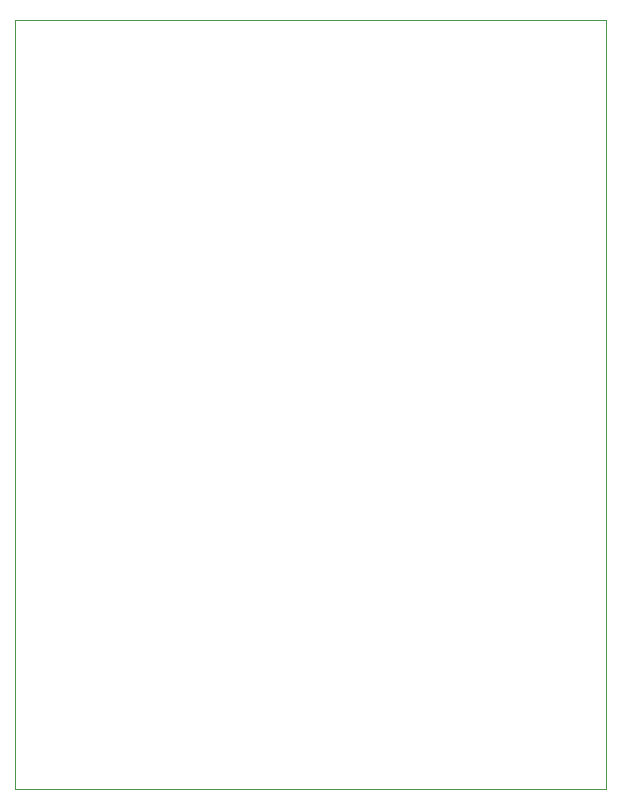
<source format=gbr>
%TF.GenerationSoftware,KiCad,Pcbnew,9.0.4*%
%TF.CreationDate,2025-09-12T09:19:31+10:00*%
%TF.ProjectId,simple-p4,73696d70-6c65-42d7-9034-2e6b69636164,rev?*%
%TF.SameCoordinates,Original*%
%TF.FileFunction,Profile,NP*%
%FSLAX46Y46*%
G04 Gerber Fmt 4.6, Leading zero omitted, Abs format (unit mm)*
G04 Created by KiCad (PCBNEW 9.0.4) date 2025-09-12 09:19:31*
%MOMM*%
%LPD*%
G01*
G04 APERTURE LIST*
%TA.AperFunction,Profile*%
%ADD10C,0.100000*%
%TD*%
G04 APERTURE END LIST*
D10*
X125000000Y-66500000D02*
X175000000Y-66500000D01*
X175000000Y-131640000D01*
X125000000Y-131640000D01*
X125000000Y-66500000D01*
M02*

</source>
